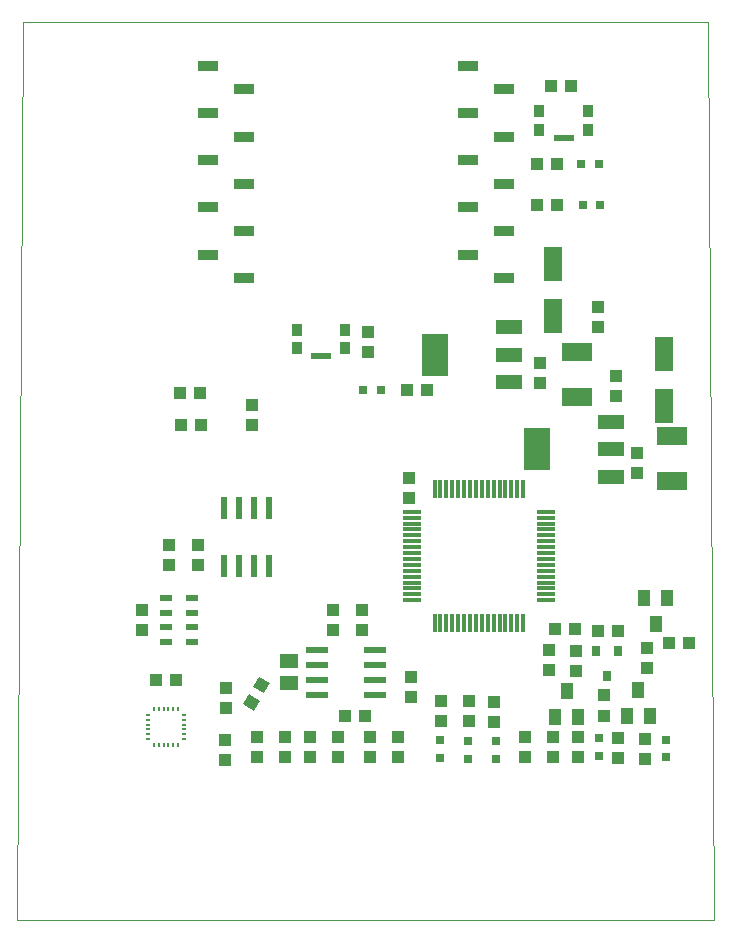
<source format=gtp>
G75*
%MOIN*%
%OFA0B0*%
%FSLAX25Y25*%
%IPPOS*%
%LPD*%
%AMOC8*
5,1,8,0,0,1.08239X$1,22.5*
%
%ADD10C,0.00000*%
%ADD11R,0.03937X0.04331*%
%ADD12R,0.04331X0.03937*%
%ADD13R,0.06299X0.11811*%
%ADD14R,0.08800X0.04800*%
%ADD15R,0.08661X0.14173*%
%ADD16R,0.03150X0.03150*%
%ADD17R,0.03543X0.03937*%
%ADD18R,0.06693X0.02165*%
%ADD19R,0.06693X0.03346*%
%ADD20R,0.04331X0.02362*%
%ADD21R,0.02200X0.07800*%
%ADD22R,0.07800X0.02200*%
%ADD23R,0.05906X0.01181*%
%ADD24R,0.01181X0.05906*%
%ADD25R,0.00981X0.01784*%
%ADD26R,0.00979X0.01782*%
%ADD27R,0.00984X0.01785*%
%ADD28R,0.00987X0.01784*%
%ADD29R,0.00990X0.01786*%
%ADD30R,0.00995X0.01788*%
%ADD31R,0.01782X0.00998*%
%ADD32R,0.01778X0.00997*%
%ADD33R,0.01775X0.00996*%
%ADD34R,0.01772X0.01001*%
%ADD35R,0.01767X0.01004*%
%ADD36R,0.01769X0.00990*%
%ADD37R,0.00992X0.01763*%
%ADD38R,0.00991X0.01761*%
%ADD39R,0.00984X0.01759*%
%ADD40R,0.00986X0.01765*%
%ADD41R,0.00980X0.01760*%
%ADD42R,0.00972X0.01754*%
%ADD43R,0.01763X0.00968*%
%ADD44R,0.01769X0.00974*%
%ADD45R,0.01772X0.00968*%
%ADD46R,0.01776X0.00971*%
%ADD47R,0.01783X0.00965*%
%ADD48R,0.01784X0.00970*%
%ADD49R,0.05906X0.05118*%
%ADD50R,0.10000X0.06000*%
%ADD51R,0.03937X0.05512*%
%ADD52R,0.03150X0.03543*%
D10*
X0006969Y0009400D02*
X0008937Y0308613D01*
X0237283Y0308613D01*
X0239252Y0009400D01*
X0006969Y0009400D01*
D11*
X0076232Y0062459D03*
X0076232Y0069152D03*
X0076598Y0079813D03*
X0076598Y0086506D03*
G36*
X0082232Y0081170D02*
X0084200Y0084577D01*
X0087948Y0082412D01*
X0085980Y0079005D01*
X0082232Y0081170D01*
G37*
G36*
X0085578Y0086966D02*
X0087546Y0090373D01*
X0091294Y0088208D01*
X0089326Y0084801D01*
X0085578Y0086966D01*
G37*
X0104374Y0070246D03*
X0104374Y0063554D03*
X0133874Y0063554D03*
X0133874Y0070246D03*
X0138000Y0083554D03*
X0138000Y0090246D03*
X0112252Y0106054D03*
X0112252Y0112746D03*
X0137622Y0149806D03*
X0137622Y0156498D03*
X0136913Y0185900D03*
X0143606Y0185900D03*
X0123870Y0198491D03*
X0123870Y0205183D03*
X0067004Y0134215D03*
X0067004Y0127522D03*
X0057539Y0127703D03*
X0057539Y0134396D03*
X0048555Y0112589D03*
X0048555Y0105896D03*
X0181000Y0188369D03*
X0181000Y0195061D03*
X0200500Y0206869D03*
X0200500Y0213561D03*
X0206500Y0190498D03*
X0206500Y0183806D03*
X0213500Y0164998D03*
X0213500Y0158306D03*
X0207311Y0105727D03*
X0200618Y0105727D03*
X0192752Y0106215D03*
X0186059Y0106215D03*
X0224165Y0101628D03*
X0230858Y0101628D03*
X0186693Y0247471D03*
X0180000Y0247471D03*
X0180000Y0261408D03*
X0186693Y0261408D03*
D12*
X0184669Y0287187D03*
X0191362Y0287187D03*
X0085075Y0181002D03*
X0085075Y0174309D03*
X0068067Y0174097D03*
X0061374Y0174097D03*
X0061248Y0185030D03*
X0067941Y0185030D03*
X0121937Y0112746D03*
X0121937Y0106054D03*
X0122720Y0077400D03*
X0124374Y0070246D03*
X0124374Y0063554D03*
X0116028Y0077400D03*
X0113874Y0070246D03*
X0113874Y0063554D03*
X0096185Y0063554D03*
X0096185Y0070246D03*
X0086685Y0070246D03*
X0086685Y0063554D03*
X0059941Y0089239D03*
X0053248Y0089239D03*
X0148169Y0082113D03*
X0148169Y0075420D03*
X0157571Y0075538D03*
X0157571Y0082231D03*
X0165756Y0082046D03*
X0165756Y0075353D03*
X0176228Y0070176D03*
X0176228Y0063483D03*
X0185602Y0063609D03*
X0185602Y0070302D03*
X0193913Y0070302D03*
X0193913Y0063609D03*
X0202508Y0077416D03*
X0202508Y0084109D03*
X0193268Y0092254D03*
X0193268Y0098947D03*
X0184185Y0099246D03*
X0184185Y0092554D03*
X0207252Y0069849D03*
X0207252Y0063156D03*
X0216217Y0062935D03*
X0216217Y0069628D03*
X0216665Y0093254D03*
X0216665Y0099947D03*
D13*
X0222500Y0180491D03*
X0222500Y0197813D03*
X0185500Y0210554D03*
X0185500Y0227876D03*
D14*
X0170700Y0206815D03*
X0170700Y0197715D03*
X0170700Y0188615D03*
X0204700Y0175252D03*
X0204700Y0166152D03*
X0204700Y0157052D03*
D15*
X0180299Y0166152D03*
X0146299Y0197715D03*
D16*
X0128213Y0185900D03*
X0122307Y0185900D03*
X0195394Y0247471D03*
X0201299Y0247471D03*
X0200850Y0261231D03*
X0194945Y0261231D03*
X0200685Y0069853D03*
X0200685Y0063947D03*
X0223185Y0063447D03*
X0223185Y0069353D03*
X0166327Y0068924D03*
X0166327Y0063018D03*
X0157138Y0063018D03*
X0157138Y0068924D03*
X0147953Y0069239D03*
X0147953Y0063333D03*
D17*
X0116315Y0199754D03*
X0116315Y0206054D03*
X0100173Y0206054D03*
X0100173Y0199754D03*
X0180945Y0272538D03*
X0180945Y0278837D03*
X0197087Y0278837D03*
X0197087Y0272538D03*
D18*
X0189016Y0270077D03*
X0108244Y0197294D03*
D19*
X0082406Y0223152D03*
X0070594Y0231026D03*
X0070594Y0246774D03*
X0082406Y0238900D03*
X0082406Y0254648D03*
X0070594Y0262522D03*
X0082406Y0270396D03*
X0082406Y0286144D03*
X0070594Y0278270D03*
X0070594Y0294018D03*
X0157209Y0294018D03*
X0169020Y0286144D03*
X0169020Y0270396D03*
X0157209Y0262522D03*
X0169020Y0254648D03*
X0157209Y0246774D03*
X0157209Y0231026D03*
X0169020Y0238900D03*
X0169020Y0223152D03*
X0157209Y0278270D03*
D20*
X0065205Y0116664D03*
X0065205Y0111743D03*
X0065205Y0106821D03*
X0065205Y0101900D03*
X0056543Y0101900D03*
X0056543Y0106821D03*
X0056543Y0111743D03*
X0056543Y0116664D03*
D21*
X0075756Y0127086D03*
X0080756Y0127086D03*
X0085756Y0127086D03*
X0090756Y0127086D03*
X0090756Y0146486D03*
X0085756Y0146486D03*
X0080756Y0146486D03*
X0075756Y0146486D03*
D22*
X0106800Y0099400D03*
X0106800Y0094400D03*
X0106800Y0089400D03*
X0106800Y0084400D03*
X0126200Y0084400D03*
X0126200Y0089400D03*
X0126200Y0094400D03*
X0126200Y0099400D03*
D23*
X0138335Y0115821D03*
X0138335Y0117790D03*
X0138335Y0119758D03*
X0138335Y0121727D03*
X0138335Y0123695D03*
X0138335Y0125664D03*
X0138335Y0127632D03*
X0138335Y0129601D03*
X0138335Y0131569D03*
X0138335Y0133538D03*
X0138335Y0135506D03*
X0138335Y0137475D03*
X0138335Y0139443D03*
X0138335Y0141412D03*
X0138335Y0143380D03*
X0138335Y0145349D03*
X0183217Y0145349D03*
X0183217Y0143380D03*
X0183217Y0141412D03*
X0183217Y0139443D03*
X0183217Y0137475D03*
X0183217Y0135506D03*
X0183217Y0133538D03*
X0183217Y0131569D03*
X0183217Y0129601D03*
X0183217Y0127632D03*
X0183217Y0125664D03*
X0183217Y0123695D03*
X0183217Y0121727D03*
X0183217Y0119758D03*
X0183217Y0117790D03*
X0183217Y0115821D03*
D24*
X0175539Y0108144D03*
X0173571Y0108144D03*
X0171602Y0108144D03*
X0169634Y0108144D03*
X0167665Y0108144D03*
X0165697Y0108144D03*
X0163728Y0108144D03*
X0161760Y0108144D03*
X0159791Y0108144D03*
X0157823Y0108144D03*
X0155854Y0108144D03*
X0153886Y0108144D03*
X0151917Y0108144D03*
X0149949Y0108144D03*
X0147980Y0108144D03*
X0146012Y0108144D03*
X0146012Y0153026D03*
X0147980Y0153026D03*
X0149949Y0153026D03*
X0151917Y0153026D03*
X0153886Y0153026D03*
X0155854Y0153026D03*
X0157823Y0153026D03*
X0159791Y0153026D03*
X0161760Y0153026D03*
X0163728Y0153026D03*
X0165697Y0153026D03*
X0167665Y0153026D03*
X0169634Y0153026D03*
X0171602Y0153026D03*
X0173571Y0153026D03*
X0175539Y0153026D03*
D25*
X0054172Y0067685D03*
D26*
X0052596Y0067686D03*
D27*
X0055748Y0067685D03*
D28*
X0057324Y0067685D03*
D29*
X0058901Y0067684D03*
D30*
X0060478Y0067683D03*
D31*
X0062448Y0069654D03*
D32*
X0062447Y0071232D03*
D33*
X0062447Y0072808D03*
D34*
X0062449Y0074384D03*
D35*
X0062451Y0075961D03*
D36*
X0062444Y0077535D03*
D37*
X0060476Y0079507D03*
D38*
X0058901Y0079508D03*
D39*
X0055748Y0079509D03*
D40*
X0057324Y0079506D03*
D41*
X0054171Y0079508D03*
D42*
X0052593Y0079511D03*
D43*
X0050622Y0077538D03*
D44*
X0050625Y0075960D03*
D45*
X0050622Y0074384D03*
D46*
X0050623Y0072807D03*
D47*
X0050620Y0071229D03*
D48*
X0050623Y0069654D03*
D49*
X0097500Y0088160D03*
X0097500Y0095640D03*
D50*
X0193500Y0183652D03*
X0193500Y0198652D03*
X0225000Y0170652D03*
X0225000Y0155652D03*
D51*
X0223425Y0116731D03*
X0219685Y0108069D03*
X0215945Y0116731D03*
X0213969Y0086073D03*
X0217709Y0077412D03*
X0210228Y0077412D03*
X0193780Y0076935D03*
X0186299Y0076935D03*
X0190039Y0085597D03*
D52*
X0199799Y0099014D03*
X0207280Y0099014D03*
X0203539Y0090746D03*
M02*

</source>
